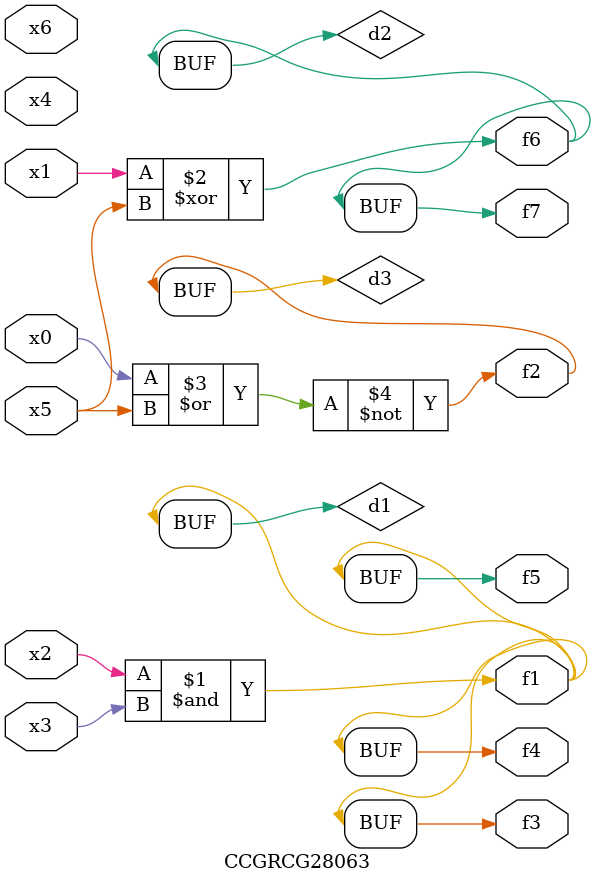
<source format=v>
module CCGRCG28063(
	input x0, x1, x2, x3, x4, x5, x6,
	output f1, f2, f3, f4, f5, f6, f7
);

	wire d1, d2, d3;

	and (d1, x2, x3);
	xor (d2, x1, x5);
	nor (d3, x0, x5);
	assign f1 = d1;
	assign f2 = d3;
	assign f3 = d1;
	assign f4 = d1;
	assign f5 = d1;
	assign f6 = d2;
	assign f7 = d2;
endmodule

</source>
